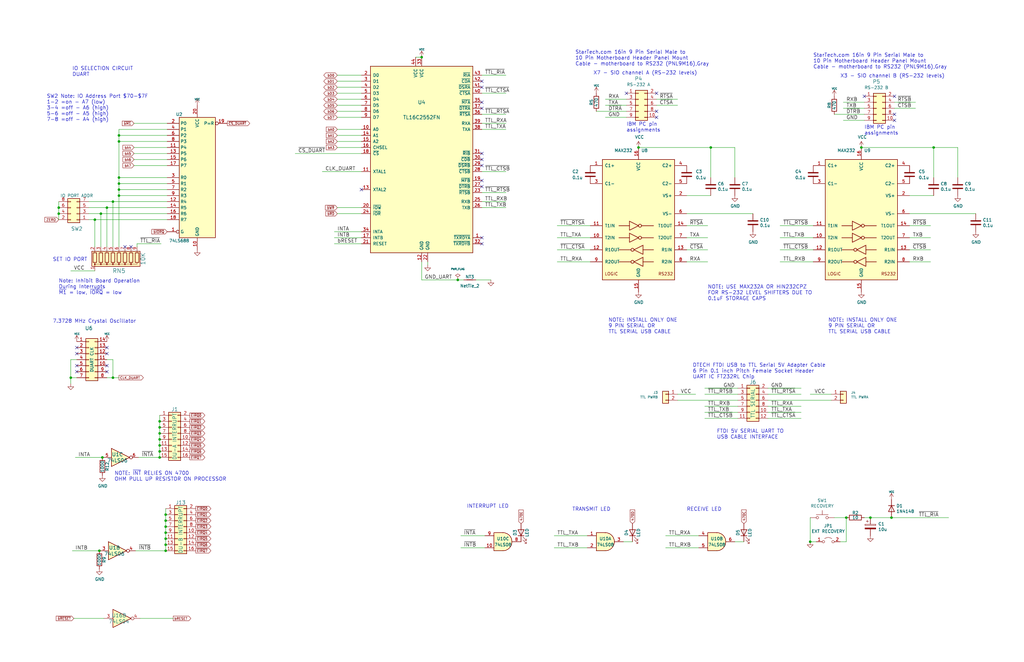
<source format=kicad_sch>
(kicad_sch (version 20211123) (generator eeschema)
  (paper "B")
  (junction (at 177.8 24.13))
  (junction (at 393.7 62.23))
  (junction (at 50.165 57.15))
  (junction (at 50.165 74.93))
  (junction (at 47.625 159.385))
  (junction (at 50.165 82.55))
  (junction (at 69.85 222.25))
  (junction (at 341.63 228.6))
  (junction (at 41.91 232.41))
  (junction (at 43.18 193.04))
  (junction (at 356.87 218.44))
  (junction (at 269.24 62.23))
  (junction (at 69.85 217.17))
  (junction (at 367.03 218.44))
  (junction (at 193.04 118.11))
  (junction (at 45.085 87.63))
  (junction (at 299.72 62.23))
  (junction (at 67.31 185.42))
  (junction (at 40.005 92.71))
  (junction (at 29.845 159.385))
  (junction (at 69.85 224.79))
  (junction (at 67.31 187.96))
  (junction (at 24.765 90.17))
  (junction (at 67.31 193.04))
  (junction (at 24.765 87.63))
  (junction (at 67.31 182.88))
  (junction (at 50.165 77.47))
  (junction (at 375.92 218.44))
  (junction (at 67.31 180.34))
  (junction (at 50.165 59.69))
  (junction (at 42.545 90.17))
  (junction (at 363.22 62.23))
  (junction (at 67.31 190.5))
  (junction (at 69.85 232.41))
  (junction (at 69.85 229.87))
  (junction (at 69.85 219.71))
  (junction (at 50.165 80.01))
  (junction (at 47.625 85.09))
  (junction (at 69.85 227.33))
  (junction (at 67.31 177.8))
  (no_connect (at 55.245 104.14))
  (no_connect (at 203.2 76.2))
  (no_connect (at 52.705 104.14))
  (no_connect (at 276.86 39.37))
  (no_connect (at 377.19 50.8))
  (no_connect (at 276.86 49.53))
  (no_connect (at 203.2 64.77))
  (no_connect (at 32.385 149.225))
  (no_connect (at 152.4 80.01))
  (no_connect (at 203.2 34.29))
  (no_connect (at 276.86 46.99))
  (no_connect (at 203.2 69.85))
  (no_connect (at 32.385 156.845))
  (no_connect (at 203.2 100.33))
  (no_connect (at 203.2 43.18))
  (no_connect (at 45.085 156.845))
  (no_connect (at 364.49 40.64))
  (no_connect (at 45.085 154.305))
  (no_connect (at 45.085 149.225))
  (no_connect (at 377.19 40.64))
  (no_connect (at 203.2 67.31))
  (no_connect (at 264.16 39.37))
  (no_connect (at 32.385 154.305))
  (no_connect (at 203.2 78.74))
  (no_connect (at 203.2 102.87))
  (no_connect (at 203.2 45.72))
  (no_connect (at 203.2 36.83))
  (no_connect (at 32.385 146.685))
  (no_connect (at 377.19 48.26))
  (no_connect (at 45.085 146.685))
  (wire (pts (xy 70.485 74.93) (xy 50.165 74.93)))
  (wire (pts (xy 56.515 52.07) (xy 70.485 52.07)))
  (wire (pts (xy 24.765 90.17) (xy 24.765 92.71)))
  (wire (pts (xy 203.2 85.09) (xy 213.36 85.09)))
  (wire (pts (xy 297.18 163.83) (xy 311.15 163.83)))
  (wire (pts (xy 124.46 64.77) (xy 152.4 64.77)))
  (wire (pts (xy 403.86 62.23) (xy 403.86 74.93)))
  (wire (pts (xy 67.31 177.8) (xy 67.31 175.26)))
  (wire (pts (xy 393.7 62.23) (xy 363.22 62.23)))
  (wire (pts (xy 280.67 231.14) (xy 294.64 231.14)))
  (wire (pts (xy 69.85 229.87) (xy 69.85 232.41)))
  (wire (pts (xy 142.24 49.53) (xy 152.4 49.53)))
  (wire (pts (xy 289.56 105.41) (xy 298.45 105.41)))
  (wire (pts (xy 341.63 218.44) (xy 341.63 228.6)))
  (wire (pts (xy 276.86 41.91) (xy 285.75 41.91)))
  (wire (pts (xy 67.31 190.5) (xy 67.31 187.96)))
  (wire (pts (xy 297.18 176.53) (xy 311.15 176.53)))
  (wire (pts (xy 142.24 31.75) (xy 152.4 31.75)))
  (wire (pts (xy 30.48 232.41) (xy 41.91 232.41)))
  (wire (pts (xy 142.24 90.17) (xy 152.4 90.17)))
  (wire (pts (xy 50.165 74.93) (xy 50.165 59.69)))
  (wire (pts (xy 70.485 77.47) (xy 50.165 77.47)))
  (wire (pts (xy 383.54 105.41) (xy 392.43 105.41)))
  (wire (pts (xy 40.005 104.14) (xy 40.005 92.71)))
  (wire (pts (xy 200.66 118.11) (xy 207.01 118.11)))
  (wire (pts (xy 350.52 166.37) (xy 341.63 166.37)))
  (wire (pts (xy 67.31 187.96) (xy 67.31 185.42)))
  (wire (pts (xy 323.85 176.53) (xy 337.82 176.53)))
  (wire (pts (xy 180.34 111.76) (xy 180.34 110.49)))
  (wire (pts (xy 328.93 105.41) (xy 342.9 105.41)))
  (wire (pts (xy 47.625 159.385) (xy 47.625 151.765)))
  (wire (pts (xy 57.785 102.87) (xy 57.785 104.14)))
  (wire (pts (xy 40.005 114.3) (xy 29.845 114.3)))
  (wire (pts (xy 152.4 72.39) (xy 135.89 72.39)))
  (wire (pts (xy 70.485 82.55) (xy 50.165 82.55)))
  (wire (pts (xy 29.845 151.765) (xy 29.845 159.385)))
  (wire (pts (xy 203.2 52.07) (xy 213.36 52.07)))
  (wire (pts (xy 311.15 168.91) (xy 285.75 168.91)))
  (wire (pts (xy 50.165 80.01) (xy 50.165 77.47)))
  (wire (pts (xy 142.24 87.63) (xy 152.4 87.63)))
  (wire (pts (xy 337.82 171.45) (xy 323.85 171.45)))
  (wire (pts (xy 140.97 102.87) (xy 152.4 102.87)))
  (wire (pts (xy 24.765 85.09) (xy 24.765 87.63)))
  (wire (pts (xy 354.33 228.6) (xy 356.87 228.6)))
  (wire (pts (xy 328.93 95.25) (xy 342.9 95.25)))
  (wire (pts (xy 70.485 59.69) (xy 50.165 59.69)))
  (wire (pts (xy 328.93 100.33) (xy 342.9 100.33)))
  (wire (pts (xy 337.82 166.37) (xy 323.85 166.37)))
  (wire (pts (xy 377.19 43.18) (xy 386.08 43.18)))
  (wire (pts (xy 299.72 62.23) (xy 269.24 62.23)))
  (wire (pts (xy 194.31 231.14) (xy 204.47 231.14)))
  (wire (pts (xy 142.24 57.15) (xy 152.4 57.15)))
  (wire (pts (xy 50.165 104.14) (xy 50.165 82.55)))
  (wire (pts (xy 177.8 118.11) (xy 193.04 118.11)))
  (wire (pts (xy 57.785 102.87) (xy 67.945 102.87)))
  (wire (pts (xy 276.86 44.45) (xy 285.75 44.45)))
  (wire (pts (xy 355.6 45.72) (xy 364.49 45.72)))
  (wire (pts (xy 323.85 168.91) (xy 350.52 168.91)))
  (wire (pts (xy 142.24 39.37) (xy 152.4 39.37)))
  (wire (pts (xy 69.85 214.63) (xy 69.85 217.17)))
  (wire (pts (xy 383.54 95.25) (xy 392.43 95.25)))
  (wire (pts (xy 45.085 87.63) (xy 70.485 87.63)))
  (wire (pts (xy 37.465 87.63) (xy 45.085 87.63)))
  (wire (pts (xy 69.85 219.71) (xy 69.85 222.25)))
  (wire (pts (xy 337.82 163.83) (xy 323.85 163.83)))
  (wire (pts (xy 234.95 105.41) (xy 248.92 105.41)))
  (wire (pts (xy 45.085 159.385) (xy 47.625 159.385)))
  (wire (pts (xy 255.27 41.91) (xy 264.16 41.91)))
  (wire (pts (xy 234.95 100.33) (xy 248.92 100.33)))
  (wire (pts (xy 42.545 104.14) (xy 42.545 90.17)))
  (wire (pts (xy 383.54 82.55) (xy 393.7 82.55)))
  (wire (pts (xy 50.165 77.47) (xy 50.165 74.93)))
  (wire (pts (xy 67.31 185.42) (xy 67.31 182.88)))
  (wire (pts (xy 142.24 44.45) (xy 152.4 44.45)))
  (wire (pts (xy 203.2 54.61) (xy 213.36 54.61)))
  (wire (pts (xy 255.27 49.53) (xy 264.16 49.53)))
  (wire (pts (xy 383.54 90.17) (xy 411.48 90.17)))
  (wire (pts (xy 29.845 161.925) (xy 29.845 159.385)))
  (wire (pts (xy 289.56 95.25) (xy 298.45 95.25)))
  (wire (pts (xy 56.515 67.31) (xy 70.485 67.31)))
  (wire (pts (xy 289.56 90.17) (xy 317.5 90.17)))
  (wire (pts (xy 383.54 100.33) (xy 392.43 100.33)))
  (wire (pts (xy 203.2 39.37) (xy 213.36 39.37)))
  (wire (pts (xy 45.085 104.14) (xy 45.085 87.63)))
  (wire (pts (xy 355.6 50.8) (xy 364.49 50.8)))
  (wire (pts (xy 234.95 110.49) (xy 248.92 110.49)))
  (wire (pts (xy 251.46 46.99) (xy 264.16 46.99)))
  (wire (pts (xy 337.82 173.99) (xy 323.85 173.99)))
  (wire (pts (xy 69.85 217.17) (xy 69.85 219.71)))
  (wire (pts (xy 37.465 92.71) (xy 40.005 92.71)))
  (wire (pts (xy 40.005 92.71) (xy 70.485 92.71)))
  (wire (pts (xy 140.97 97.79) (xy 152.4 97.79)))
  (wire (pts (xy 393.7 62.23) (xy 403.86 62.23)))
  (wire (pts (xy 50.165 59.69) (xy 50.165 57.15)))
  (wire (pts (xy 142.24 36.83) (xy 152.4 36.83)))
  (wire (pts (xy 377.19 45.72) (xy 386.08 45.72)))
  (wire (pts (xy 203.2 87.63) (xy 213.36 87.63)))
  (wire (pts (xy 400.05 218.44) (xy 375.92 218.44)))
  (wire (pts (xy 37.465 90.17) (xy 42.545 90.17)))
  (wire (pts (xy 299.72 74.93) (xy 299.72 62.23)))
  (wire (pts (xy 351.79 48.26) (xy 364.49 48.26)))
  (wire (pts (xy 24.765 87.63) (xy 24.765 90.17)))
  (wire (pts (xy 309.88 228.6) (xy 313.69 228.6)))
  (wire (pts (xy 289.56 110.49) (xy 298.45 110.49)))
  (wire (pts (xy 142.24 54.61) (xy 152.4 54.61)))
  (wire (pts (xy 42.545 90.17) (xy 70.485 90.17)))
  (wire (pts (xy 297.18 173.99) (xy 311.15 173.99)))
  (wire (pts (xy 393.7 74.93) (xy 393.7 62.23)))
  (wire (pts (xy 67.31 193.04) (xy 67.31 190.5)))
  (wire (pts (xy 364.49 218.44) (xy 367.03 218.44)))
  (wire (pts (xy 280.67 226.06) (xy 294.64 226.06)))
  (wire (pts (xy 193.04 118.11) (xy 195.58 118.11)))
  (wire (pts (xy 234.95 95.25) (xy 248.92 95.25)))
  (wire (pts (xy 56.515 69.85) (xy 70.485 69.85)))
  (wire (pts (xy 70.485 80.01) (xy 50.165 80.01)))
  (wire (pts (xy 32.385 151.765) (xy 29.845 151.765)))
  (wire (pts (xy 367.03 218.44) (xy 375.92 218.44)))
  (wire (pts (xy 177.8 118.11) (xy 177.8 110.49)))
  (wire (pts (xy 233.68 226.06) (xy 247.65 226.06)))
  (wire (pts (xy 297.18 171.45) (xy 311.15 171.45)))
  (wire (pts (xy 356.87 228.6) (xy 356.87 218.44)))
  (wire (pts (xy 56.515 64.77) (xy 70.485 64.77)))
  (wire (pts (xy 203.2 81.28) (xy 213.36 81.28)))
  (wire (pts (xy 142.24 41.91) (xy 152.4 41.91)))
  (wire (pts (xy 142.24 46.99) (xy 152.4 46.99)))
  (wire (pts (xy 299.72 62.23) (xy 309.88 62.23)))
  (wire (pts (xy 37.465 85.09) (xy 47.625 85.09)))
  (wire (pts (xy 47.625 85.09) (xy 70.485 85.09)))
  (wire (pts (xy 383.54 110.49) (xy 392.43 110.49)))
  (wire (pts (xy 297.18 166.37) (xy 311.15 166.37)))
  (wire (pts (xy 69.85 227.33) (xy 69.85 229.87)))
  (wire (pts (xy 69.85 224.79) (xy 69.85 227.33)))
  (wire (pts (xy 58.42 193.04) (xy 67.31 193.04)))
  (wire (pts (xy 47.625 159.385) (xy 50.165 159.385)))
  (wire (pts (xy 47.625 104.14) (xy 47.625 85.09)))
  (wire (pts (xy 233.68 231.14) (xy 247.65 231.14)))
  (wire (pts (xy 67.31 180.34) (xy 67.31 177.8)))
  (wire (pts (xy 45.085 151.765) (xy 47.625 151.765)))
  (wire (pts (xy 59.055 260.985) (xy 73.025 260.985)))
  (wire (pts (xy 203.2 72.39) (xy 213.36 72.39)))
  (wire (pts (xy 56.515 62.23) (xy 70.485 62.23)))
  (wire (pts (xy 356.87 218.44) (xy 351.79 218.44)))
  (wire (pts (xy 50.165 54.61) (xy 70.485 54.61)))
  (wire (pts (xy 177.8 24.13) (xy 175.26 24.13)))
  (wire (pts (xy 31.115 260.985) (xy 43.815 260.985)))
  (wire (pts (xy 289.56 82.55) (xy 299.72 82.55)))
  (wire (pts (xy 142.24 62.23) (xy 152.4 62.23)))
  (wire (pts (xy 203.2 48.26) (xy 213.36 48.26)))
  (wire (pts (xy 194.31 226.06) (xy 204.47 226.06)))
  (wire (pts (xy 203.2 31.75) (xy 213.36 31.75)))
  (wire (pts (xy 142.24 34.29) (xy 152.4 34.29)))
  (wire (pts (xy 142.24 59.69) (xy 152.4 59.69)))
  (wire (pts (xy 140.97 100.33) (xy 152.4 100.33)))
  (wire (pts (xy 341.63 228.6) (xy 344.17 228.6)))
  (wire (pts (xy 309.88 62.23) (xy 309.88 74.93)))
  (wire (pts (xy 289.56 100.33) (xy 298.45 100.33)))
  (wire (pts (xy 57.15 232.41) (xy 69.85 232.41)))
  (wire (pts (xy 50.165 57.15) (xy 50.165 54.61)))
  (wire (pts (xy 328.93 110.49) (xy 342.9 110.49)))
  (wire (pts (xy 50.165 82.55) (xy 50.165 80.01)))
  (wire (pts (xy 31.75 193.04) (xy 43.18 193.04)))
  (wire (pts (xy 255.27 44.45) (xy 264.16 44.45)))
  (wire (pts (xy 70.485 57.15) (xy 50.165 57.15)))
  (wire (pts (xy 285.75 166.37) (xy 293.37 166.37)))
  (wire (pts (xy 355.6 43.18) (xy 364.49 43.18)))
  (wire (pts (xy 262.89 228.6) (xy 266.7 228.6)))
  (wire (pts (xy 29.845 159.385) (xy 32.385 159.385)))
  (wire (pts (xy 69.85 222.25) (xy 69.85 224.79)))
  (wire (pts (xy 67.31 182.88) (xy 67.31 180.34)))
  (text "NOTE: USE MAX232A OR HIN232CPZ\nFOR RS-232 LEVEL SHIFTERS DUE TO\n0.1uF STORAGE CAPS" (at 298.45 127 0) (effects (font (size 1.524 1.524)) (justify left bottom)))
  (text "X7 - SIO channel A (RS-232 levels)" (at 250.19 31.75 0) (effects (font (size 1.524 1.524)) (justify left bottom)))
  (text "NOTE: INSTALL ONLY ONE\n9 PIN SERIAL OR\nTTL SERIAL USB CABLE" (at 256.54 140.97 0) (effects (font (size 1.524 1.524)) (justify left bottom)))
  (text "SW2 Note: IO Address Port $70-$7F\n1-2 =on - A7 (low)\n3-4 =off - A6 (high)\n5-6 =off - A5 (high)\n7-8 =off - A4 (high)" (at 19.685 51.435 0) (effects (font (size 1.524 1.524)) (justify left bottom)))
  (text "NOTE: ~{INT} RELIES ON 4700 \nOHM PULL UP RESISTOR ON PROCESSOR" (at 48.26 203.2 0) (effects (font (size 1.524 1.524)) (justify left bottom)))
  (text "StarTech.com 16in 9 Pin Serial Male to \n10 Pin Motherboard Header Panel Mount \nCable - motherboard to RS232 (PNL9M16),Gray" (at 242.57 27.94 0) (effects (font (size 1.524 1.524)) (justify left bottom)))
  (text "INTERRUPT LED" (at 196.85 214.63 0) (effects (font (size 1.524 1.524)) (justify left bottom)))
  (text "SET IO PORT" (at 22.225 110.49 0) (effects (font (size 1.524 1.524)) (justify left bottom)))
  (text "DTECH FTDI USB to TTL Serial 5V Adapter Cable \n6 Pin 0.1 inch Pitch Female Socket Header \nUART IC FT232RL Chip" (at 292.1 160.02 0) (effects (font (size 1.524 1.524)) (justify left bottom)))
  (text "FTDI 5V SERIAL UART TO\nUSB CABLE INTERFACE" (at 302.26 185.42 0) (effects (font (size 1.524 1.524)) (justify left bottom)))
  (text "TRANSMIT LED" (at 241.3 215.9 0) (effects (font (size 1.524 1.524)) (justify left bottom)))
  (text "7.3728 MHz Crystal Oscillator" (at 22.225 136.525 0) (effects (font (size 1.524 1.524)) (justify left bottom)))
  (text "IBM PC pin\nassignments" (at 264.16 55.88 0) (effects (font (size 1.524 1.524)) (justify left bottom)))
  (text "StarTech.com 16in 9 Pin Serial Male to \n10 Pin Motherboard Header Panel Mount \nCable - motherboard to RS232 (PNL9M16),Gray" (at 342.9 29.21 0) (effects (font (size 1.524 1.524)) (justify left bottom)))
  (text "RECEIVE LED" (at 289.56 215.9 0) (effects (font (size 1.524 1.524)) (justify left bottom)))
  (text "IO SELECTION CIRCUIT\nDUART" (at 30.48 32.385 0) (effects (font (size 1.524 1.524)) (justify left bottom)))
  (text "Note: Inhibit Board Operation\nDuring Interrupts\n~{M1} = low, ~{IORQ} = low" (at 24.765 124.46 0) (effects (font (size 1.524 1.524)) (justify left bottom)))
  (text "X3 - SIO channel B (RS-232 levels)" (at 354.33 33.02 0) (effects (font (size 1.524 1.524)) (justify left bottom)))
  (text "NOTE: INSTALL ONLY ONE\n9 PIN SERIAL OR\nTTL SERIAL USB CABLE" (at 349.25 140.97 0) (effects (font (size 1.524 1.524)) (justify left bottom)))
  (text "IBM PC pin\nassignments" (at 364.49 57.15 0) (effects (font (size 1.524 1.524)) (justify left bottom)))
  (label "~{DTRA}" (at 256.54 46.99 0) (effects (font (size 1.524 1.524))))
  (label "~{INTB}" (at 195.58 231.14 0) (effects (font (size 1.524 1.524))))
  (label "~{TTL_CTSB}" (at 330.2 105.41 0) (effects (font (size 1.524 1.524))))
  (label "TXA" (at 290.83 100.33 0) (effects (font (size 1.524 1.524))))
  (label "TXB" (at 356.87 45.72 0) (effects (font (size 1.524 1.524))))
  (label "~{TTL_RTSA}" (at 236.22 95.25 0) (effects (font (size 1.524 1.524))))
  (label "INTA" (at 142.24 97.79 0) (effects (font (size 1.524 1.524))))
  (label "RXA" (at 256.54 41.91 0) (effects (font (size 1.524 1.524))))
  (label "GND" (at 356.87 50.8 0) (effects (font (size 1.524 1.524))))
  (label "TTL_TXB" (at 330.2 100.33 0) (effects (font (size 1.524 1.524))))
  (label "~{RTSA}" (at 278.13 41.91 0) (effects (font (size 1.524 1.524))))
  (label "~{CTSA}" (at 290.83 105.41 0) (effects (font (size 1.524 1.524))))
  (label "RXA" (at 290.83 110.49 0) (effects (font (size 1.524 1.524))))
  (label "TTL_RXA" (at 281.94 226.06 0) (effects (font (size 1.524 1.524))))
  (label "TTL_TXB" (at 298.45 173.99 0) (effects (font (size 1.524 1.524))))
  (label "~{TTL_CTSB}" (at 298.45 176.53 0) (effects (font (size 1.524 1.524))))
  (label "~{TTL_RIA}" (at 59.055 102.87 0) (effects (font (size 1.524 1.524))))
  (label "RXB" (at 356.87 43.18 0) (effects (font (size 1.524 1.524))))
  (label "TTL_TXB" (at 234.95 231.14 0) (effects (font (size 1.524 1.524))))
  (label "~{TTL_RTSA}" (at 325.12 166.37 0) (effects (font (size 1.524 1.524))))
  (label "~{TTL_RTSB}" (at 204.47 81.28 0) (effects (font (size 1.524 1.524))))
  (label "GND" (at 256.54 49.53 0) (effects (font (size 1.524 1.524))))
  (label "~{TTL_RTSA}" (at 204.47 48.26 0) (effects (font (size 1.524 1.524))))
  (label "~{CS_DUART}" (at 125.73 64.77 0) (effects (font (size 1.524 1.524))))
  (label "~{TTL_RIA}" (at 204.47 31.75 0) (effects (font (size 1.524 1.524))))
  (label "INTB" (at 31.75 232.41 0) (effects (font (size 1.524 1.524))))
  (label "VCC" (at 347.98 166.37 180) (effects (font (size 1.524 1.524))))
  (label "GND" (at 325.12 163.83 0) (effects (font (size 1.524 1.524))))
  (label "~{CTSB}" (at 378.46 45.72 0) (effects (font (size 1.524 1.524))))
  (label "TTL_RXB" (at 281.94 231.14 0) (effects (font (size 1.524 1.524))))
  (label "~{CTSA}" (at 278.13 44.45 0) (effects (font (size 1.524 1.524))))
  (label "TTL_RXA" (at 325.12 171.45 0) (effects (font (size 1.524 1.524))))
  (label "~{CTSB}" (at 384.81 105.41 0) (effects (font (size 1.524 1.524))))
  (label "GND_UART" (at 179.07 118.11 0) (effects (font (size 1.524 1.524))))
  (label "~{RTSA}" (at 290.83 95.25 0) (effects (font (size 1.524 1.524))))
  (label "RXB" (at 384.81 110.49 0) (effects (font (size 1.524 1.524))))
  (label "bRESET" (at 142.24 102.87 0) (effects (font (size 1.524 1.524))))
  (label "CLK_DUART" (at 137.16 72.39 0) (effects (font (size 1.524 1.524))))
  (label "~{TTL_CTSA}" (at 236.22 105.41 0) (effects (font (size 1.524 1.524))))
  (label "INTB" (at 142.24 100.33 0) (effects (font (size 1.524 1.524))))
  (label "~{TTL_CTSA}" (at 325.12 176.53 0) (effects (font (size 1.524 1.524))))
  (label "TTL_TXB" (at 204.47 87.63 0) (effects (font (size 1.524 1.524))))
  (label "~{TTL_CTSB}" (at 204.47 72.39 0) (effects (font (size 1.524 1.524))))
  (label "TTL_TXA" (at 236.22 100.33 0) (effects (font (size 1.524 1.524))))
  (label "INTA" (at 33.02 193.04 0) (effects (font (size 1.524 1.524))))
  (label "GND" (at 309.88 163.83 180) (effects (font (size 1.524 1.524))))
  (label "~{TTL_RIA}" (at 387.35 218.44 0) (effects (font (size 1.524 1.524))))
  (label "~{INTA}" (at 59.69 193.04 0) (effects (font (size 1.524 1.524))))
  (label "~{DTRB}" (at 356.87 48.26 0) (effects (font (size 1.524 1.524))))
  (label "~{RTSB}" (at 378.46 43.18 0) (effects (font (size 1.524 1.524))))
  (label "TTL_RXB" (at 204.47 85.09 0) (effects (font (size 1.524 1.524))))
  (label "VCC" (at 31.115 114.3 0) (effects (font (size 1.524 1.524))))
  (label "VCC" (at 287.02 166.37 0) (effects (font (size 1.524 1.524))))
  (label "TTL_RXB" (at 330.2 110.49 0) (effects (font (size 1.524 1.524))))
  (label "~{TTL_CTSA}" (at 204.47 39.37 0) (effects (font (size 1.524 1.524))))
  (label "TTL_TXA" (at 204.47 54.61 0) (effects (font (size 1.524 1.524))))
  (label "~{INTB}" (at 58.42 232.41 0) (effects (font (size 1.524 1.524))))
  (label "TTL_RXB" (at 298.45 171.45 0) (effects (font (size 1.524 1.524))))
  (label "TTL_TXA" (at 325.12 173.99 0) (effects (font (size 1.524 1.524))))
  (label "~{RTSB}" (at 384.81 95.25 0) (effects (font (size 1.524 1.524))))
  (label "~{TTL_RTSB}" (at 330.2 95.25 0) (effects (font (size 1.524 1.524))))
  (label "TXA" (at 256.54 44.45 0) (effects (font (size 1.524 1.524))))
  (label "~{INTA}" (at 195.58 226.06 0) (effects (font (size 1.524 1.524))))
  (label "~{TTL_RTSB}" (at 298.45 166.37 0) (effects (font (size 1.524 1.524))))
  (label "TTL_RXA" (at 204.47 52.07 0) (effects (font (size 1.524 1.524))))
  (label "TTL_RXA" (at 236.22 110.49 0) (effects (font (size 1.524 1.524))))
  (label "TTL_TXA" (at 234.95 226.06 0) (effects (font (size 1.524 1.524))))
  (label "TXB" (at 384.81 100.33 0) (effects (font (size 1.524 1.524))))
  (global_label "bD3" (shape bidirectional) (at 142.24 39.37 180) (effects (font (size 1.016 1.016))) (property "Intersheet References" "${INTERSHEET_REFS}" (effects hide)))
  (global_label "~{EIRQ1}" (shape output) (at 80.01 177.8 0) (effects (font (size 1.016 1.016))) (property "Intersheet References" "${INTERSHEET_REFS}" (effects hide)))
  (global_label "~{EIRQ1}" (shape output) (at 82.55 217.17 0) (effects (font (size 1.016 1.016))) (property "Intersheet References" "${INTERSHEET_REFS}" (effects hide)))
  (global_label "~{CS_DUART}" (shape output) (at 95.885 52.07 0) (effects (font (size 1.016 1.016))) (property "Intersheet References" "${INTERSHEET_REFS}" (effects hide)))
  (global_label "~{EIRQ2}" (shape output) (at 82.55 219.71 0) (effects (font (size 1.016 1.016))) (property "Intersheet References" "${INTERSHEET_REFS}" (effects hide)))
  (global_label "~{EIRQ3}" (shape output) (at 82.55 222.25 0) (effects (font (size 1.016 1.016))) (property "Intersheet References" "${INTERSHEET_REFS}" (effects hide)))
  (global_label "bA1" (shape input) (at 142.24 57.15 180) (effects (font (size 1.016 1.016))) (property "Intersheet References" "${INTERSHEET_REFS}" (effects hide)))
  (global_label "~{EIRQ6}" (shape output) (at 82.55 229.87 0) (effects (font (size 1.016 1.016))) (property "Intersheet References" "${INTERSHEET_REFS}" (effects hide)))
  (global_label "bA6" (shape input) (at 56.515 67.31 180) (effects (font (size 1.016 1.016))) (property "Intersheet References" "${INTERSHEET_REFS}" (effects hide)))
  (global_label "bD5" (shape bidirectional) (at 142.24 44.45 180) (effects (font (size 1.016 1.016))) (property "Intersheet References" "${INTERSHEET_REFS}" (effects hide)))
  (global_label "~{EIRQ6}" (shape output) (at 80.01 190.5 0) (effects (font (size 1.016 1.016))) (property "Intersheet References" "${INTERSHEET_REFS}" (effects hide)))
  (global_label "470E" (shape input) (at 219.71 220.98 90) (effects (font (size 1.016 1.016))) (property "Intersheet References" "${INTERSHEET_REFS}" (effects hide)))
  (global_label "470D" (shape input) (at 266.7 220.98 90) (effects (font (size 1.016 1.016))) (property "Intersheet References" "${INTERSHEET_REFS}" (effects hide)))
  (global_label "bA0" (shape input) (at 142.24 54.61 180) (effects (font (size 1.016 1.016))) (property "Intersheet References" "${INTERSHEET_REFS}" (effects hide)))
  (global_label "~{EIRQ2}" (shape output) (at 80.01 180.34 0) (effects (font (size 1.016 1.016))) (property "Intersheet References" "${INTERSHEET_REFS}" (effects hide)))
  (global_label "~{EIRQ0}" (shape output) (at 82.55 214.63 0) (effects (font (size 1.016 1.016))) (property "Intersheet References" "${INTERSHEET_REFS}" (effects hide)))
  (global_label "bA4" (shape input) (at 56.515 62.23 180) (effects (font (size 1.016 1.016))) (property "Intersheet References" "${INTERSHEET_REFS}" (effects hide)))
  (global_label "~{bRESET}" (shape input) (at 31.115 260.985 180) (effects (font (size 1.016 1.016))) (property "Intersheet References" "${INTERSHEET_REFS}" (effects hide)))
  (global_label "~{bM1}" (shape input) (at 56.515 52.07 180) (effects (font (size 1.016 1.016))) (property "Intersheet References" "${INTERSHEET_REFS}" (effects hide)))
  (global_label "~{EIRQ5}" (shape output) (at 80.01 187.96 0) (effects (font (size 1.016 1.016))) (property "Intersheet References" "${INTERSHEET_REFS}" (effects hide)))
  (global_label "ZERO" (shape input) (at 24.765 92.71 180) (effects (font (size 1.016 1.016))) (property "Intersheet References" "${INTERSHEET_REFS}" (effects hide)))
  (global_label "bD4" (shape bidirectional) (at 142.24 41.91 180) (effects (font (size 1.016 1.016))) (property "Intersheet References" "${INTERSHEET_REFS}" (effects hide)))
  (global_label "~{EIRQ4}" (shape output) (at 80.01 185.42 0) (effects (font (size 1.016 1.016))) (property "Intersheet References" "${INTERSHEET_REFS}" (effects hide)))
  (global_label "bD0" (shape bidirectional) (at 142.24 31.75 180) (effects (font (size 1.016 1.016))) (property "Intersheet References" "${INTERSHEET_REFS}" (effects hide)))
  (global_label "bA5" (shape input) (at 56.515 64.77 180) (effects (font (size 1.016 1.016))) (property "Intersheet References" "${INTERSHEET_REFS}" (effects hide)))
  (global_label "bA7" (shape input) (at 56.515 69.85 180) (effects (font (size 1.016 1.016))) (property "Intersheet References" "${INTERSHEET_REFS}" (effects hide)))
  (global_label "~{EIRQ0}" (shape output) (at 80.01 175.26 0) (effects (font (size 1.016 1.016))) (property "Intersheet References" "${INTERSHEET_REFS}" (effects hide)))
  (global_label "~{EIRQ3}" (shape output) (at 80.01 182.88 0) (effects (font (size 1.016 1.016))) (property "Intersheet References" "${INTERSHEET_REFS}" (effects hide)))
  (global_label "bD6" (shape bidirectional) (at 142.24 46.99 180) (effects (font (size 1.016 1.016))) (property "Intersheet References" "${INTERSHEET_REFS}" (effects hide)))
  (global_label "bD2" (shape bidirectional) (at 142.24 36.83 180) (effects (font (size 1.016 1.016))) (property "Intersheet References" "${INTERSHEET_REFS}" (effects hide)))
  (global_label "bA3" (shape input) (at 142.24 62.23 180) (effects (font (size 1.016 1.016))) (property "Intersheet References" "${INTERSHEET_REFS}" (effects hide)))
  (global_label "~{EIRQ4}" (shape output) (at 82.55 224.79 0) (effects (font (size 1.016 1.016))) (property "Intersheet References" "${INTERSHEET_REFS}" (effects hide)))
  (global_label "~{EIRQ7}" (shape output) (at 82.55 232.41 0) (effects (font (size 1.016 1.016))) (property "Intersheet References" "${INTERSHEET_REFS}" (effects hide)))
  (global_label "~{EIRQ7}" (shape output) (at 80.01 193.04 0) (effects (font (size 1.016 1.016))) (property "Intersheet References" "${INTERSHEET_REFS}" (effects hide)))
  (global_label "~{bRD}" (shape input) (at 142.24 90.17 180) (effects (font (size 1.016 1.016))) (property "Intersheet References" "${INTERSHEET_REFS}" (effects hide)))
  (global_label "bA2" (shape input) (at 142.24 59.69 180) (effects (font (size 1.016 1.016))) (property "Intersheet References" "${INTERSHEET_REFS}" (effects hide)))
  (global_label "~{EIRQ5}" (shape output) (at 82.55 227.33 0) (effects (font (size 1.016 1.016))) (property "Intersheet References" "${INTERSHEET_REFS}" (effects hide)))
  (global_label "CLK_DUART" (shape output) (at 50.165 159.385 0) (effects (font (size 1.016 1.016))) (property "Intersheet References" "${INTERSHEET_REFS}" (effects hide)))
  (global_label "bD7" (shape bidirectional) (at 142.24 49.53 180) (effects (font (size 1.016 1.016))) (property "Intersheet References" "${INTERSHEET_REFS}" (effects hide)))
  (global_label "~{bWR}" (shape input) (at 142.24 87.63 180) (effects (font (size 1.016 1.016))) (property "Intersheet References" "${INTERSHEET_REFS}" (effects hide)))
  (global_label "~{bIORQ}" (shape input) (at 70.485 97.79 180) (effects (font (size 1.016 1.016))) (property "Intersheet References" "${INTERSHEET_REFS}" (effects hide)))
  (global_label "bD1" (shape bidirectional) (at 142.24 34.29 180) (effects (font (size 1.016 1.016))) (property "Intersheet References" "${INTERSHEET_REFS}" (effects hide)))
  (global_label "470C" (shape input) (at 313.69 220.98 90) (effects (font (size 1.016 1.016))) (property "Intersheet References" "${INTERSHEET_REFS}" (effects hide)))
  (global_label "bRESET" (shape output) (at 73.025 260.985 0) (effects (font (size 1.016 1.016))) (property "Intersheet References" "${INTERSHEET_REFS}" (effects hide)))
  (symbol (lib_id "Connector_Generic:Conn_02x05_Odd_Even") (at 269.24 44.45 0) (unit 1)
    (property "Reference" "P4" (at 269.24 33.1978 0) (effects (font (size 1.524 1.524))))
    (property "Value" "RS-232 A" (at 269.24 35.687 0))
    (property "Footprint" "Connector_IDC:IDC-Header_2x05_P2.54mm_Horizontal" (effects hide))
  )
  (symbol (lib_id "Connector_Generic:Conn_02x07_Counter_Clockwise") (at 37.465 151.765 0) (unit 1)
    (property "Reference" "U6" (at 37.465 138.5062 0) (effects (font (size 1.524 1.524))))
    (property "Value" "DUART CLK" (at 38.735 151.765 90))
    (property "Footprint" "Package_DIP:DIP-14_W7.62mm" (effects hide))
  )
  (symbol (lib_id "74xx:74LS06") (at 50.8 193.04 0) (unit 3)
    (property "Reference" "U1" (at 49.53 191.77 0) (effects (font (size 1.524 1.524))))
    (property "Value" "74LS06" (at 49.53 194.31 0) (effects (font (size 1.524 1.524))))
    (property "Footprint" "Package_DIP:DIP-14_W7.62mm" (effects hide))
    (property "Datasheet" "http://www.ti.com/lit/gpn/sn74LS06" (effects hide))
  )
  (symbol (lib_id "Device:LED") (at 219.71 224.79 90) (unit 1)
    (property "Reference" "D3" (at 217.17 224.79 0))
    (property "Value" "LED" (at 222.25 224.79 0))
    (property "Footprint" "LED_THT:LED_D3.0mm" (effects hide))
  )
  (symbol (lib_id "Connector_Generic:Conn_01x02") (at 355.6 166.37 0) (unit 1)
    (property "Reference" "J4" (at 358.8512 165.6588 0) (effects (font (size 1.016 1.016)) (justify left)))
    (property "Value" "TTL PWRA" (at 358.8512 167.5892 0) (effects (font (size 1.016 1.016)) (justify left)))
    (property "Footprint" "Connector_PinHeader_2.54mm:PinHeader_1x02_P2.54mm_Vertical" (effects hide))
  )
  (symbol (lib_id "power:VCC") (at 32.385 144.145 0) (unit 1)
    (property "Reference" "#PWR014" (effects hide))
    (property "Value" "VCC" (at 32.4612 140.8938 0) (effects (font (size 0.762 0.762))))
  )
  (symbol (lib_id "Device:LED") (at 313.69 224.79 90) (unit 1)
    (property "Reference" "D5" (at 311.15 224.79 0))
    (property "Value" "LED" (at 316.23 224.79 0))
    (property "Footprint" "LED_THT:LED_D3.0mm" (effects hide))
  )
  (symbol (lib_id "Device:R") (at 251.46 43.18 180) (unit 1)
    (property "Reference" "R5" (at 249.428 43.18 90))
    (property "Value" "470" (at 251.46 43.18 90))
    (property "Footprint" "Resistor_THT:R_Axial_DIN0207_L6.3mm_D2.5mm_P7.62mm_Horizontal" (effects hide))
  )
  (symbol (lib_id "Device:C_Polarized") (at 367.03 222.25 0) (unit 1)
    (property "Reference" "C1" (at 370.3066 221.0816 0) (effects (justify left)))
    (property "Value" "10u" (at 370.3066 223.393 0) (effects (justify left)))
    (property "Footprint" "Capacitor_THT:CP_Radial_D5.0mm_P2.50mm" (effects hide))
  )
  (symbol (lib_id "Diode:1N4148") (at 375.92 214.63 270) (unit 1)
    (property "Reference" "D1" (at 377.952 213.4616 90) (effects (justify left)))
    (property "Value" "1N4148" (at 377.952 215.773 90) (effects (justify left)))
    (property "Footprint" "Diode_THT:D_DO-35_SOD27_P7.62mm_Horizontal" (effects hide))
    (property "Datasheet" "https://assets.nexperia.com/documents/data-sheet/1N4148_1N4448.pdf" (effects hide))
  )
  (symbol (lib_id "power:GND") (at 367.03 226.06 0) (unit 1)
    (property "Reference" "#PWR05" (effects hide))
    (property "Value" "GND" (effects hide))
  )
  (symbol (lib_id "power:GND") (at 207.01 118.11 0) (unit 1)
    (property "Reference" "#PWR018" (effects hide))
    (property "Value" "GND" (effects hide))
  )
  (symbol (lib_id "power:GND") (at 180.34 111.76 0) (unit 1)
    (property "Reference" "#PWR012" (effects hide))
    (property "Value" "GND" (effects hide))
  )
  (symbol (lib_id "74xx:74LS08") (at 212.09 228.6 0) (unit 3)
    (property "Reference" "U10" (at 212.09 227.33 0))
    (property "Value" "74LS08" (at 212.09 229.87 0))
    (property "Footprint" "Package_DIP:DIP-14_W7.62mm" (effects hide))
    (property "Datasheet" "http://www.ti.com/lit/gpn/sn74LS08" (effects hide))
  )
  (symbol (lib_id "Device:R") (at 41.91 236.22 0) (unit 1)
    (property "Reference" "R9" (at 43.942 236.22 90))
    (property "Value" "1000" (at 41.91 236.22 90))
    (property "Footprint" "Resistor_THT:R_Axial_DIN0207_L6.3mm_D2.5mm_P7.62mm_Horizontal" (effects hide))
  )
  (symbol (lib_id "power:GND") (at 41.91 240.03 0) (unit 1)
    (property "Reference" "#PWR020" (effects hide))
    (property "Value" "GND" (at 42.037 244.4242 0))
  )
  (symbol (lib_id "power:GND") (at 83.185 105.41 0) (unit 1)
    (property "Reference" "#PWR09" (effects hide))
    (property "Value" "GND" (effects hide))
  )
  (symbol (lib_id "Connector_Generic:Conn_02x08_Odd_Even") (at 72.39 182.88 0) (unit 1)
    (property "Reference" "J1" (at 73.66 172.72 0) (effects (font (size 1.524 1.524))))
    (property "Value" "DU-A INTERRUPT" (at 73.66 184.15 90) (effects (font (size 1.524 1.524))))
    (property "Footprint" "Connector_PinHeader_2.54mm:PinHeader_2x08_P2.54mm_Vertical" (effects hide))
  )
  (symbol (lib_id "Connector_Generic:Conn_02x08_Odd_Even") (at 74.93 222.25 0) (unit 1)
    (property "Reference" "J13" (at 76.2 212.09 0) (effects (font (size 1.524 1.524))))
    (property "Value" "DU-B INTERRUPT" (at 76.2 223.52 90) (effects (font (size 1.524 1.524))))
    (property "Footprint" "Connector_PinHeader_2.54mm:PinHeader_2x08_P2.54mm_Vertical" (effects hide))
  )
  (symbol (lib_id "74xx:74LS04") (at 51.435 260.985 0) (unit 2)
    (property "Reference" "U16" (at 50.165 259.715 0) (effects (font (size 1.524 1.524))))
    (property "Value" "74LS04" (at 50.165 262.255 0) (effects (font (size 1.524 1.524))))
    (property "Footprint" "Package_DIP:DIP-14_W7.62mm" (effects hide))
    (property "Datasheet" "http://www.ti.com/lit/gpn/sn74LS04" (effects hide))
  )
  (symbol (lib_id "power:GND") (at 341.63 228.6 0) (unit 1)
    (property "Reference" "#PWR0110" (effects hide))
    (property "Value" "GND" (effects hide))
  )
  (symbol (lib_id "power:VCC") (at 251.46 39.37 0) (unit 1)
    (property "Reference" "#PWR013" (effects hide))
    (property "Value" "VCC" (at 251.5362 36.1188 0) (effects (font (size 0.762 0.762))))
  )
  (symbol (lib_id "74xx:74LS06") (at 49.53 232.41 0) (unit 2)
    (property "Reference" "U1" (at 48.26 231.14 0) (effects (font (size 1.524 1.524))))
    (property "Value" "74LS06" (at 48.26 233.68 0) (effects (font (size 1.524 1.524))))
    (property "Footprint" "Package_DIP:DIP-14_W7.62mm" (effects hide))
    (property "Datasheet" "http://www.ti.com/lit/gpn/sn74LS06" (effects hide))
  )
  (symbol (lib_id "power:GND") (at 29.845 161.925 0) (unit 1)
    (property "Reference" "#PWR021" (effects hide))
    (property "Value" "GND" (effects hide))
  )
  (symbol (lib_id "power:VCC") (at 45.085 144.145 0) (unit 1)
    (property "Reference" "#PWR015" (effects hide))
    (property "Value" "VCC" (at 45.1612 140.8938 0) (effects (font (size 0.762 0.762))))
  )
  (symbol (lib_id "Device:LED") (at 266.7 224.79 90) (unit 1)
    (property "Reference" "D4" (at 264.16 224.79 0))
    (property "Value" "LED" (at 269.24 224.79 0))
    (property "Footprint" "LED_THT:LED_D3.0mm" (effects hide))
  )
  (symbol (lib_id "Switch:SW_Push") (at 346.71 218.44 0) (unit 1)
    (property "Reference" "SW1" (at 346.71 211.201 0))
    (property "Value" "RECOVERY" (at 346.71 213.5124 0))
    (property "Footprint" "Button_Switch_THT:SW_Tactile_SPST_Angled_PTS645Vx58-2LFS" (effects hide))
  )
  (symbol (lib_id "power:VCC") (at 375.92 210.82 0) (unit 1)
    (property "Reference" "#PWR01" (effects hide))
    (property "Value" "VCC" (at 375.9962 207.5688 0) (effects (font (size 0.762 0.762))))
  )
  (symbol (lib_id "Device:R") (at 360.68 218.44 90) (unit 1)
    (property "Reference" "R2" (at 360.68 216.408 90))
    (property "Value" "10" (at 360.68 218.44 90))
    (property "Footprint" "Resistor_THT:R_Axial_DIN0207_L6.3mm_D2.5mm_P7.62mm_Horizontal" (effects hide))
  )
  (symbol (lib_id "Jumper:Jumper_2_Open") (at 349.25 228.6 0) (unit 1)
    (property "Reference" "JP1" (at 349.25 221.8944 0))
    (property "Value" "EXT RECOVERY" (at 349.25 224.2058 0))
    (property "Footprint" "Connector_PinHeader_2.54mm:PinHeader_1x02_P2.54mm_Vertical" (effects hide))
  )
  (symbol (lib_id "power:PWR_FLAG") (at 193.04 118.11 0) (unit 1)
    (property "Reference" "#FLG01" (effects hide))
    (property "Value" "PWR_FLAG" (at 193.04 113.538 0) (effects (font (size 0.762 0.762))))
  )
  (symbol (lib_id "Connector_Generic:Conn_02x05_Odd_Even") (at 369.57 45.72 0) (unit 1)
    (property "Reference" "P5" (at 369.57 34.4678 0) (effects (font (size 1.524 1.524))))
    (property "Value" "RS-232 B" (at 369.57 36.957 0))
    (property "Footprint" "Connector_IDC:IDC-Header_2x05_P2.54mm_Horizontal" (effects hide))
  )
  (symbol (lib_id "Device:R") (at 351.79 44.45 180) (unit 1)
    (property "Reference" "R8" (at 349.758 44.45 90))
    (property "Value" "470" (at 351.79 44.45 90))
    (property "Footprint" "Resistor_THT:R_Axial_DIN0207_L6.3mm_D2.5mm_P7.62mm_Horizontal" (effects hide))
  )
  (symbol (lib_id "power:VCC") (at 351.79 40.64 0) (unit 1)
    (property "Reference" "#PWR017" (effects hide))
    (property "Value" "VCC" (at 351.8662 37.3888 0) (effects (font (size 0.762 0.762))))
  )
  (symbol (lib_id "power:VCC") (at 177.8 24.13 0) (unit 1)
    (property "Reference" "#PWR03" (effects hide))
    (property "Value" "VCC" (at 177.8762 20.8788 0) (effects (font (size 0.762 0.762))))
  )
  (symbol (lib_id "TL16C2552FN:TL16C2552FN-Interface_UART") (at 177.8 67.31 0) (unit 1)
    (property "Reference" "U4" (at 177.8 43.18 0) (effects (font (size 1.524 1.524))))
    (property "Value" "TL16C2552FN" (at 177.8 49.53 0) (effects (font (size 1.524 1.524))))
    (property "Footprint" "Package_LCC:PLCC-44_THT-Socket" (effects hide))
  )
  (symbol (lib_id "74xx:74LS08") (at 255.27 228.6 0) (unit 1)
    (property "Reference" "U10" (at 255.27 227.33 0))
    (property "Value" "74LS08" (at 255.27 229.87 0))
    (property "Footprint" "Package_DIP:DIP-14_W7.62mm" (effects hide))
    (property "Datasheet" "http://www.ti.com/lit/gpn/sn74LS08" (effects hide))
  )
  (symbol (lib_id "74xx:74LS08") (at 302.26 228.6 0) (unit 2)
    (property "Reference" "U10" (at 302.26 227.33 0))
    (property "Value" "74LS08" (at 302.26 229.87 0))
    (property "Footprint" "Package_DIP:DIP-14_W7.62mm" (effects hide))
    (property "Datasheet" "http://www.ti.com/lit/gpn/sn74LS08" (effects hide))
  )
  (symbol (lib_id "Device:R") (at 43.18 196.85 0) (unit 1)
    (property "Reference" "R12" (at 45.212 196.85 90))
    (property "Value" "1000" (at 43.18 196.85 90))
    (property "Footprint" "Resistor_THT:R_Axial_DIN0207_L6.3mm_D2.5mm_P7.62mm_Horizontal" (effects hide))
  )
  (symbol (lib_id "power:GND") (at 43.18 200.66 0) (unit 1)
    (property "Reference" "#PWR027" (effects hide))
    (property "Value" "GND" (at 43.307 205.0542 0))
  )
  (symbol (lib_id "Connector_Generic:Conn_02x06_Odd_Even") (at 316.23 168.91 0) (unit 1)
    (property "Reference" "J6" (at 317.5 161.29 0) (effects (font (size 1.524 1.524))))
    (property "Value" "TTL SERIAL" (at 317.5 170.18 90) (effects (font (size 1.524 1.524))))
    (property "Footprint" "Connector_IDC:IDC-Header_2x06_P2.54mm_Horizontal" (effects hide))
  )
  (symbol (lib_id "Connector_Generic:Conn_01x02") (at 280.67 166.37 0) (mirror y) (unit 1)
    (property "Reference" "J3" (at 277.4188 165.6588 0) (effects (font (size 1.016 1.016)) (justify left)))
    (property "Value" "TTL PWRB" (at 277.4188 167.5892 0) (effects (font (size 1.016 1.016)) (justify left)))
    (property "Footprint" "Connector_PinHeader_2.54mm:PinHeader_1x02_P2.54mm_Vertical" (effects hide))
  )
  (symbol (lib_id "Connector_Generic:Conn_02x04_Odd_Even") (at 32.385 90.17 180) (unit 1)
    (property "Reference" "SW2" (at 32.385 96.52 0) (effects (font (size 1.524 1.524))))
    (property "Value" "IO PORT ADDR" (at 32.385 82.55 0))
    (property "Footprint" "Connector_PinHeader_2.54mm:PinHeader_2x04_P2.54mm_Vertical" (effects hide))
  )
  (symbol (lib_id "power:GND") (at 363.22 123.19 0) (unit 1)
    (property "Reference" "#PWR0129" (effects hide))
    (property "Value" "GND" (at 363.347 127.5842 0))
  )
  (symbol (lib_id "power:VCC") (at 363.22 62.23 0) (unit 1)
    (property "Reference" "#PWR0130" (effects hide))
    (property "Value" "VCC" (at 363.601 57.8358 0))
  )
  (symbol (lib_id "Device:C") (at 289.56 73.66 0) (unit 1)
    (property "Reference" "C3" (at 293.37 72.39 0) (effects (justify left)))
    (property "Value" "0.1u" (at 293.37 74.93 0) (effects (justify left)))
    (property "Footprint" "Capacitor_THT:C_Disc_D5.0mm_W2.5mm_P5.00mm" (effects hide))
  )
  (symbol (lib_id "power:GND") (at 317.5 97.79 0) (unit 1)
    (property "Reference" "#PWR0114" (effects hide))
    (property "Value" "GND" (at 317.627 102.1842 0))
  )
  (symbol (lib_id "power:VCC") (at 269.24 62.23 0) (unit 1)
    (property "Reference" "#PWR0115" (effects hide))
    (property "Value" "VCC" (at 269.621 57.8358 0))
  )
  (symbol (lib_id "Device:C") (at 299.72 78.74 0) (unit 1)
    (property "Reference" "C6" (at 302.641 77.5716 0) (effects (justify left)))
    (property "Value" "0.1u" (at 302.641 79.883 0) (effects (justify left)))
    (property "Footprint" "Capacitor_THT:C_Disc_D5.0mm_W2.5mm_P5.00mm" (effects hide))
  )
  (symbol (lib_id "power:GND") (at 309.88 82.55 0) (unit 1)
    (property "Reference" "#PWR0116" (effects hide))
    (property "Value" "GND" (at 310.007 86.9442 0))
  )
  (symbol (lib_id "Device:C") (at 317.5 93.98 0) (unit 1)
    (property "Reference" "C10" (at 320.421 92.8116 0) (effects (justify left)))
    (property "Value" "0.1u" (at 320.421 95.123 0) (effects (justify left)))
    (property "Footprint" "Capacitor_THT:C_Disc_D5.0mm_W2.5mm_P5.00mm" (effects hide))
  )
  (symbol (lib_id "power:GND") (at 269.24 123.19 0) (unit 1)
    (property "Reference" "#PWR0117" (effects hide))
    (property "Value" "GND" (at 269.367 127.5842 0))
  )
  (symbol (lib_id "Interface_UART:MAX232") (at 363.22 92.71 0) (unit 1)
    (property "Reference" "U9" (at 365.76 63.5 0))
    (property "Value" "MAX232" (at 356.87 63.5 0))
    (property "Footprint" "Package_DIP:DIP-16_W7.62mm" (effects hide))
    (property "Datasheet" "http://www.ti.com/lit/ds/symlink/max232.pdf" (effects hide))
  )
  (symbol (lib_id "Device:C") (at 342.9 73.66 0) (unit 1)
    (property "Reference" "C4" (at 335.28 72.39 0) (effects (justify left)))
    (property "Value" "0.1u" (at 335.28 74.93 0) (effects (justify left)))
    (property "Footprint" "Capacitor_THT:C_Disc_D5.0mm_W2.5mm_P5.00mm" (effects hide))
  )
  (symbol (lib_id "Device:C") (at 411.48 93.98 0) (unit 1)
    (property "Reference" "C11" (at 414.401 92.8116 0) (effects (justify left)))
    (property "Value" "0.1u" (at 414.401 95.123 0) (effects (justify left)))
    (property "Footprint" "Capacitor_THT:C_Disc_D5.0mm_W2.5mm_P5.00mm" (effects hide))
  )
  (symbol (lib_id "Device:R_Network08") (at 50.165 109.22 0) (mirror x) (unit 1)
    (property "Reference" "RN5" (at 50.165 114.3 0) (effects (font (size 1.778 1.778))))
    (property "Value" "10K" (at 60.325 109.22 90) (effects (font (size 1.778 1.778))))
    (property "Footprint" "Resistor_THT:R_Array_SIP9" (effects hide))
    (property "Datasheet" "http://www.vishay.com/docs/31509/csc.pdf" (effects hide))
  )
  (symbol (lib_id "power:VCC") (at 83.185 44.45 0) (unit 1)
    (property "Reference" "#PWR02" (effects hide))
    (property "Value" "VCC" (at 83.185 41.91 0) (effects (font (size 0.762 0.762))))
  )
  (symbol (lib_id "74xx:74LS688") (at 83.185 74.93 0) (unit 1)
    (property "Reference" "U2" (at 75.565 48.26 0))
    (property "Value" "74LS688" (at 75.565 101.6 0))
    (property "Footprint" "Package_DIP:DIP-20_W7.62mm" (effects hide))
    (property "Datasheet" "http://www.ti.com/lit/gpn/sn74LS688" (effects hide))
  )
  (symbol (lib_id "Interface_UART:MAX232") (at 269.24 92.71 0) (unit 1)
    (property "Reference" "U8" (at 271.78 63.5 0))
    (property "Value" "MAX232" (at 262.89 63.5 0))
    (property "Footprint" "Package_DIP:DIP-16_W7.62mm" (effects hide))
    (property "Datasheet" "http://www.ti.com/lit/ds/symlink/max232.pdf" (effects hide))
  )
  (symbol (lib_id "Device:C") (at 248.92 73.66 0) (unit 1)
    (property "Reference" "C2" (at 241.3 72.39 0) (effects (justify left)))
    (property "Value" "0.1u" (at 241.3 74.93 0) (effects (justify left)))
    (property "Footprint" "Capacitor_THT:C_Disc_D5.0mm_W2.5mm_P5.00mm" (effects hide))
  )
  (symbol (lib_id "Device:C") (at 309.88 78.74 0) (unit 1)
    (property "Reference" "C7" (at 312.801 77.5716 0) (effects (justify left)))
    (property "Value" "0.1u" (at 312.801 79.883 0) (effects (justify left)))
    (property "Footprint" "Capacitor_THT:C_Disc_D5.0mm_W2.5mm_P5.00mm" (effects hide))
  )
  (symbol (lib_id "Device:C") (at 383.54 73.66 0) (unit 1)
    (property "Reference" "C5" (at 387.35 72.39 0) (effects (justify left)))
    (property "Value" "0.1u" (at 387.35 74.93 0) (effects (justify left)))
    (property "Footprint" "Capacitor_THT:C_Disc_D5.0mm_W2.5mm_P5.00mm" (effects hide))
  )
  (symbol (lib_id "power:GND") (at 411.48 97.79 0) (unit 1)
    (property "Reference" "#PWR0118" (effects hide))
    (property "Value" "GND" (at 411.607 102.1842 0))
  )
  (symbol (lib_id "Device:C") (at 393.7 78.74 0) (unit 1)
    (property "Reference" "C8" (at 396.621 77.5716 0) (effects (justify left)))
    (property "Value" "0.1u" (at 396.621 79.883 0) (effects (justify left)))
    (property "Footprint" "Capacitor_THT:C_Disc_D5.0mm_W2.5mm_P5.00mm" (effects hide))
  )
  (symbol (lib_id "Device:C") (at 403.86 78.74 0) (unit 1)
    (property "Reference" "C9" (at 406.781 77.5716 0) (effects (justify left)))
    (property "Value" "0.1u" (at 406.781 79.883 0) (effects (justify left)))
    (property "Footprint" "Capacitor_THT:C_Disc_D5.0mm_W2.5mm_P5.00mm" (effects hide))
  )
  (symbol (lib_id "power:GND") (at 403.86 82.55 0) (unit 1)
    (property "Reference" "#PWR0120" (effects hide))
    (property "Value" "GND" (at 403.987 86.9442 0))
  )
  (symbol (lib_id "Device:NetTie_2") (at 198.12 118.11 0) (unit 1) (in_bom no)
    (property "Reference" "NT3" (at 198.12 116.84 0))
    (property "Value" "NetTie_2" (at 198.12 120.65 0))
    (property "Footprint" "NetTie:NetTie-2_THT_Pad0.3mm" (effects hide))
  )
)
</source>
